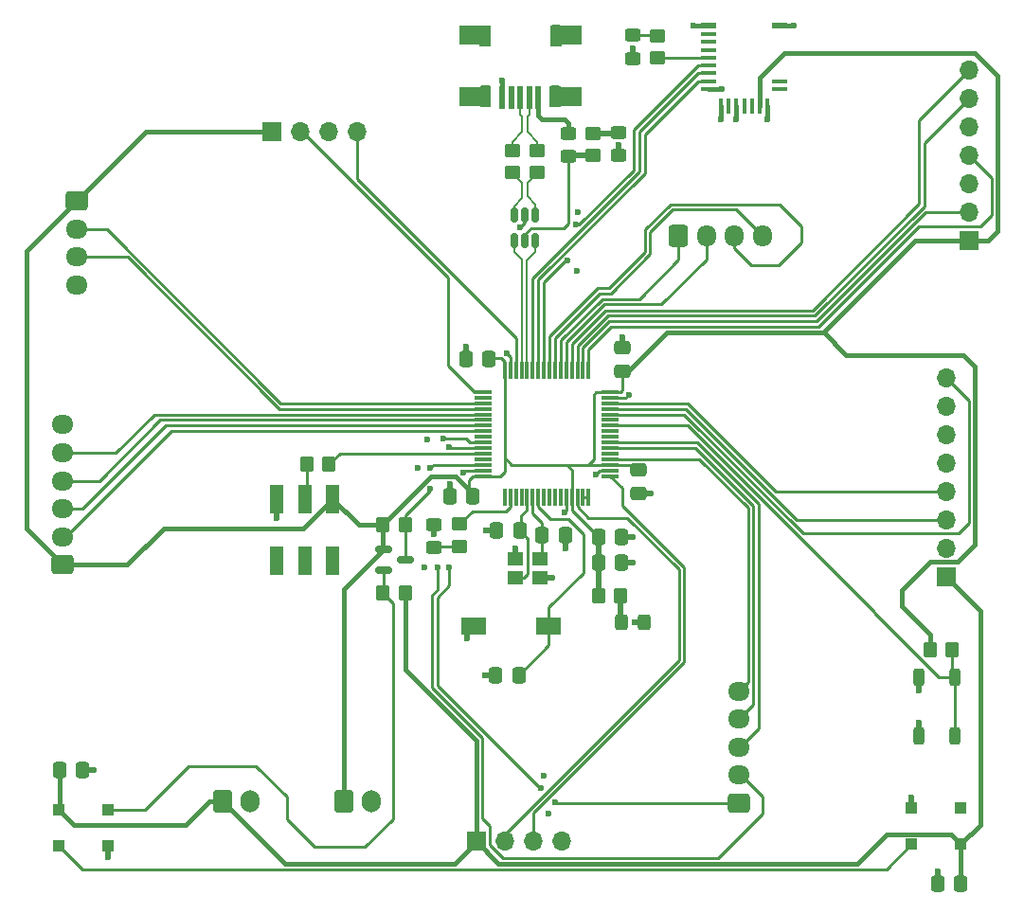
<source format=gbr>
%TF.GenerationSoftware,KiCad,Pcbnew,9.0.1*%
%TF.CreationDate,2025-05-06T12:51:11-06:00*%
%TF.ProjectId,2025_04_STM32F103_RobotBrain_Braidyn_Sheffield,32303235-5f30-4345-9f53-544d33324631,rev?*%
%TF.SameCoordinates,Original*%
%TF.FileFunction,Copper,L1,Top*%
%TF.FilePolarity,Positive*%
%FSLAX46Y46*%
G04 Gerber Fmt 4.6, Leading zero omitted, Abs format (unit mm)*
G04 Created by KiCad (PCBNEW 9.0.1) date 2025-05-06 12:51:11*
%MOMM*%
%LPD*%
G01*
G04 APERTURE LIST*
G04 Aperture macros list*
%AMRoundRect*
0 Rectangle with rounded corners*
0 $1 Rounding radius*
0 $2 $3 $4 $5 $6 $7 $8 $9 X,Y pos of 4 corners*
0 Add a 4 corners polygon primitive as box body*
4,1,4,$2,$3,$4,$5,$6,$7,$8,$9,$2,$3,0*
0 Add four circle primitives for the rounded corners*
1,1,$1+$1,$2,$3*
1,1,$1+$1,$4,$5*
1,1,$1+$1,$6,$7*
1,1,$1+$1,$8,$9*
0 Add four rect primitives between the rounded corners*
20,1,$1+$1,$2,$3,$4,$5,0*
20,1,$1+$1,$4,$5,$6,$7,0*
20,1,$1+$1,$6,$7,$8,$9,0*
20,1,$1+$1,$8,$9,$2,$3,0*%
G04 Aperture macros list end*
%TA.AperFunction,SMDPad,CuDef*%
%ADD10RoundRect,0.250000X-0.450000X0.350000X-0.450000X-0.350000X0.450000X-0.350000X0.450000X0.350000X0*%
%TD*%
%TA.AperFunction,SMDPad,CuDef*%
%ADD11RoundRect,0.075000X0.075000X-0.700000X0.075000X0.700000X-0.075000X0.700000X-0.075000X-0.700000X0*%
%TD*%
%TA.AperFunction,SMDPad,CuDef*%
%ADD12RoundRect,0.075000X0.700000X-0.075000X0.700000X0.075000X-0.700000X0.075000X-0.700000X-0.075000X0*%
%TD*%
%TA.AperFunction,SMDPad,CuDef*%
%ADD13RoundRect,0.250000X0.350000X0.450000X-0.350000X0.450000X-0.350000X-0.450000X0.350000X-0.450000X0*%
%TD*%
%TA.AperFunction,SMDPad,CuDef*%
%ADD14RoundRect,0.250000X0.450000X-0.350000X0.450000X0.350000X-0.450000X0.350000X-0.450000X-0.350000X0*%
%TD*%
%TA.AperFunction,SMDPad,CuDef*%
%ADD15RoundRect,0.250000X-0.337500X-0.475000X0.337500X-0.475000X0.337500X0.475000X-0.337500X0.475000X0*%
%TD*%
%TA.AperFunction,ComponentPad*%
%ADD16RoundRect,0.250000X-0.600000X-0.750000X0.600000X-0.750000X0.600000X0.750000X-0.600000X0.750000X0*%
%TD*%
%TA.AperFunction,ComponentPad*%
%ADD17O,1.700000X2.000000*%
%TD*%
%TA.AperFunction,ComponentPad*%
%ADD18R,1.700000X1.700000*%
%TD*%
%TA.AperFunction,ComponentPad*%
%ADD19O,1.700000X1.700000*%
%TD*%
%TA.AperFunction,ComponentPad*%
%ADD20RoundRect,0.250000X0.725000X-0.600000X0.725000X0.600000X-0.725000X0.600000X-0.725000X-0.600000X0*%
%TD*%
%TA.AperFunction,ComponentPad*%
%ADD21O,1.950000X1.700000*%
%TD*%
%TA.AperFunction,SMDPad,CuDef*%
%ADD22RoundRect,0.250000X0.450000X-0.325000X0.450000X0.325000X-0.450000X0.325000X-0.450000X-0.325000X0*%
%TD*%
%TA.AperFunction,SMDPad,CuDef*%
%ADD23RoundRect,0.150000X-0.587500X-0.150000X0.587500X-0.150000X0.587500X0.150000X-0.587500X0.150000X0*%
%TD*%
%TA.AperFunction,SMDPad,CuDef*%
%ADD24RoundRect,0.250000X-0.450000X0.325000X-0.450000X-0.325000X0.450000X-0.325000X0.450000X0.325000X0*%
%TD*%
%TA.AperFunction,SMDPad,CuDef*%
%ADD25RoundRect,0.250000X-0.350000X-0.450000X0.350000X-0.450000X0.350000X0.450000X-0.350000X0.450000X0*%
%TD*%
%TA.AperFunction,SMDPad,CuDef*%
%ADD26R,1.000000X1.000000*%
%TD*%
%TA.AperFunction,SMDPad,CuDef*%
%ADD27RoundRect,0.250000X0.337500X0.475000X-0.337500X0.475000X-0.337500X-0.475000X0.337500X-0.475000X0*%
%TD*%
%TA.AperFunction,ComponentPad*%
%ADD28RoundRect,0.250000X-0.725000X0.600000X-0.725000X-0.600000X0.725000X-0.600000X0.725000X0.600000X0*%
%TD*%
%TA.AperFunction,SMDPad,CuDef*%
%ADD29R,1.400000X0.600000*%
%TD*%
%TA.AperFunction,SMDPad,CuDef*%
%ADD30R,1.400000X0.400000*%
%TD*%
%TA.AperFunction,SMDPad,CuDef*%
%ADD31R,0.400000X1.400000*%
%TD*%
%TA.AperFunction,SMDPad,CuDef*%
%ADD32RoundRect,0.250000X-0.475000X0.337500X-0.475000X-0.337500X0.475000X-0.337500X0.475000X0.337500X0*%
%TD*%
%TA.AperFunction,SMDPad,CuDef*%
%ADD33RoundRect,0.150000X-0.150000X0.512500X-0.150000X-0.512500X0.150000X-0.512500X0.150000X0.512500X0*%
%TD*%
%TA.AperFunction,ComponentPad*%
%ADD34RoundRect,0.250000X-0.600000X-0.725000X0.600000X-0.725000X0.600000X0.725000X-0.600000X0.725000X0*%
%TD*%
%TA.AperFunction,ComponentPad*%
%ADD35O,1.700000X1.950000*%
%TD*%
%TA.AperFunction,SMDPad,CuDef*%
%ADD36R,1.400000X1.200000*%
%TD*%
%TA.AperFunction,SMDPad,CuDef*%
%ADD37R,2.300000X1.500000*%
%TD*%
%TA.AperFunction,SMDPad,CuDef*%
%ADD38RoundRect,0.250000X0.325000X0.450000X-0.325000X0.450000X-0.325000X-0.450000X0.325000X-0.450000X0*%
%TD*%
%TA.AperFunction,SMDPad,CuDef*%
%ADD39RoundRect,0.250000X0.475000X-0.337500X0.475000X0.337500X-0.475000X0.337500X-0.475000X-0.337500X0*%
%TD*%
%TA.AperFunction,SMDPad,CuDef*%
%ADD40RoundRect,0.250000X-0.250000X0.525000X-0.250000X-0.525000X0.250000X-0.525000X0.250000X0.525000X0*%
%TD*%
%TA.AperFunction,SMDPad,CuDef*%
%ADD41R,1.200000X2.500000*%
%TD*%
%TA.AperFunction,SMDPad,CuDef*%
%ADD42R,0.500000X2.000000*%
%TD*%
%TA.AperFunction,SMDPad,CuDef*%
%ADD43R,2.000000X1.700000*%
%TD*%
%TA.AperFunction,ViaPad*%
%ADD44C,0.600000*%
%TD*%
%TA.AperFunction,Conductor*%
%ADD45C,0.254000*%
%TD*%
%TA.AperFunction,Conductor*%
%ADD46C,0.381000*%
%TD*%
%TA.AperFunction,Conductor*%
%ADD47C,0.508000*%
%TD*%
%TA.AperFunction,Conductor*%
%ADD48C,0.200000*%
%TD*%
G04 APERTURE END LIST*
D10*
%TO.P,R2,1*%
%TO.N,/D+*%
X137680000Y-41715000D03*
%TO.P,R2,2*%
%TO.N,/USB_CONN_D+*%
X137680000Y-43715000D03*
%TD*%
D11*
%TO.P,U1,1,VBAT*%
%TO.N,unconnected-(U1-VBAT-Pad1)*%
X136990000Y-72760000D03*
%TO.P,U1,2,PC13*%
%TO.N,/USER_LED*%
X137490000Y-72760000D03*
%TO.P,U1,3,PC14*%
%TO.N,unconnected-(U1-PC14-Pad3)*%
X137990000Y-72760000D03*
%TO.P,U1,4,PC15*%
%TO.N,unconnected-(U1-PC15-Pad4)*%
X138490000Y-72760000D03*
%TO.P,U1,5,RCC_OSC_IN*%
%TO.N,/OSC_IN*%
X138990000Y-72760000D03*
%TO.P,U1,6,RCC_OSC_OUT*%
%TO.N,/OSC_OUT*%
X139490000Y-72760000D03*
%TO.P,U1,7,NRST*%
%TO.N,/RESET*%
X139990000Y-72760000D03*
%TO.P,U1,8,PC0*%
%TO.N,unconnected-(U1-PC0-Pad8)*%
X140490000Y-72760000D03*
%TO.P,U1,9,PC1*%
%TO.N,unconnected-(U1-PC1-Pad9)*%
X140990000Y-72760000D03*
%TO.P,U1,10,PC2*%
%TO.N,unconnected-(U1-PC2-Pad10)*%
X141490000Y-72760000D03*
%TO.P,U1,11,PC3*%
%TO.N,unconnected-(U1-PC3-Pad11)*%
X141990000Y-72760000D03*
%TO.P,U1,12,VSSA*%
%TO.N,GND*%
X142490000Y-72760000D03*
%TO.P,U1,13,VDDA*%
%TO.N,+3V3*%
X142990000Y-72760000D03*
%TO.P,U1,14,PA0*%
%TO.N,/ULTRA_TRIG*%
X143490000Y-72760000D03*
%TO.P,U1,15,PA1*%
%TO.N,Net-(U1-PA1)*%
X143990000Y-72760000D03*
%TO.P,U1,16,PA2*%
X144490000Y-72760000D03*
D12*
%TO.P,U1,17,PA3*%
%TO.N,/ULTRA_ECHO*%
X146415000Y-70835000D03*
%TO.P,U1,18,VSS*%
%TO.N,GND*%
X146415000Y-70335000D03*
%TO.P,U1,19,VDD*%
%TO.N,+3V3*%
X146415000Y-69835000D03*
%TO.P,U1,20,PA4*%
%TO.N,/PWR_ADC*%
X146415000Y-69335000D03*
%TO.P,U1,21,PA5*%
%TO.N,unconnected-(U1-PA5-Pad21)*%
X146415000Y-68835000D03*
%TO.P,U1,22,PA6*%
%TO.N,/E1B*%
X146415000Y-68335000D03*
%TO.P,U1,23,PA7*%
%TO.N,/E1A*%
X146415000Y-67835000D03*
%TO.P,U1,24,PC4*%
%TO.N,unconnected-(U1-PC4-Pad24)*%
X146415000Y-67335000D03*
%TO.P,U1,25,PC5*%
%TO.N,unconnected-(U1-PC5-Pad25)*%
X146415000Y-66835000D03*
%TO.P,U1,26,PB0*%
%TO.N,/uBUTTON*%
X146415000Y-66335000D03*
%TO.P,U1,27,PB1*%
%TO.N,unconnected-(U1-PB1-Pad27)*%
X146415000Y-65835000D03*
%TO.P,U1,28,PB2*%
%TO.N,/IMU_INT*%
X146415000Y-65335000D03*
%TO.P,U1,29,PB10*%
%TO.N,/IMU_I2C_SCL*%
X146415000Y-64835000D03*
%TO.P,U1,30,PB11*%
%TO.N,/IMU_I2C_SDA*%
X146415000Y-64335000D03*
%TO.P,U1,31,VSS*%
%TO.N,GND*%
X146415000Y-63835000D03*
%TO.P,U1,32,VDD*%
%TO.N,+3V3*%
X146415000Y-63335000D03*
D11*
%TO.P,U1,33,PB12*%
%TO.N,/PS2_CS*%
X144490000Y-61410000D03*
%TO.P,U1,34,PB13*%
%TO.N,/PS2_SCK*%
X143990000Y-61410000D03*
%TO.P,U1,35,PB14*%
%TO.N,/PS2_MISO*%
X143490000Y-61410000D03*
%TO.P,U1,36,PB15*%
%TO.N,/PS2_MOSI*%
X142990000Y-61410000D03*
%TO.P,U1,37,PC6*%
%TO.N,/AN1*%
X142490000Y-61410000D03*
%TO.P,U1,38,PC7*%
%TO.N,/AN2*%
X141990000Y-61410000D03*
%TO.P,U1,39,PC8*%
%TO.N,/BN1*%
X141490000Y-61410000D03*
%TO.P,U1,40,PC9*%
%TO.N,/BN2*%
X140990000Y-61410000D03*
%TO.P,U1,41,PA8*%
%TO.N,/BL_WAKEUP*%
X140490000Y-61410000D03*
%TO.P,U1,42,PA9*%
%TO.N,/BL_RX*%
X139990000Y-61410000D03*
%TO.P,U1,43,PA10*%
%TO.N,/BL_TX*%
X139490000Y-61410000D03*
%TO.P,U1,44,USB_DM*%
%TO.N,/USB_D-*%
X138990000Y-61410000D03*
%TO.P,U1,45,USB_DP*%
%TO.N,/USB_D+*%
X138490000Y-61410000D03*
%TO.P,U1,46,SYS_JTMS-SWDIO*%
%TO.N,/SWDIO*%
X137990000Y-61410000D03*
%TO.P,U1,47,VSS*%
%TO.N,GND*%
X137490000Y-61410000D03*
%TO.P,U1,48,VDD*%
%TO.N,+3V3*%
X136990000Y-61410000D03*
D12*
%TO.P,U1,49,SYS_JTCK-SWCLK*%
%TO.N,/SWCLK*%
X135065000Y-63335000D03*
%TO.P,U1,50,PA15*%
%TO.N,unconnected-(U1-PA15-Pad50)*%
X135065000Y-63835000D03*
%TO.P,U1,51,PC10*%
%TO.N,/USER_TX*%
X135065000Y-64335000D03*
%TO.P,U1,52,PC11*%
%TO.N,/USER_RX*%
X135065000Y-64835000D03*
%TO.P,U1,53,PC12*%
%TO.N,/X4*%
X135065000Y-65335000D03*
%TO.P,U1,54,PD2*%
%TO.N,/X3*%
X135065000Y-65835000D03*
%TO.P,U1,55,PB3*%
%TO.N,/X2*%
X135065000Y-66335000D03*
%TO.P,U1,56,PB4*%
%TO.N,/X1*%
X135065000Y-66835000D03*
%TO.P,U1,57,PB5*%
%TO.N,unconnected-(U1-PB5-Pad57)*%
X135065000Y-67335000D03*
%TO.P,U1,58,PB6*%
%TO.N,/E2B*%
X135065000Y-67835000D03*
%TO.P,U1,59,PB7*%
%TO.N,/E2A*%
X135065000Y-68335000D03*
%TO.P,U1,60,BOOT0*%
%TO.N,/BOOT*%
X135065000Y-68835000D03*
%TO.P,U1,61,PB8*%
%TO.N,unconnected-(U1-PB8-Pad61)*%
X135065000Y-69335000D03*
%TO.P,U1,62,PB9*%
%TO.N,/RGB_DIN*%
X135065000Y-69835000D03*
%TO.P,U1,63,VSS*%
%TO.N,GND*%
X135065000Y-70335000D03*
%TO.P,U1,64,VDD*%
%TO.N,+3V3*%
X135065000Y-70835000D03*
%TD*%
D13*
%TO.P,R9,1*%
%TO.N,+5V*%
X128117500Y-81300000D03*
%TO.P,R9,2*%
%TO.N,Net-(LED1-DIN)*%
X126117500Y-81300000D03*
%TD*%
D14*
%TO.P,R3,1*%
%TO.N,/USB_CONN_D-*%
X139860000Y-43735000D03*
%TO.P,R3,2*%
%TO.N,/D-*%
X139860000Y-41735000D03*
%TD*%
D15*
%TO.P,C12,1*%
%TO.N,+5V*%
X97200000Y-97150000D03*
%TO.P,C12,2*%
%TO.N,GND*%
X99275000Y-97150000D03*
%TD*%
D16*
%TO.P,J6,1,Pin_1*%
%TO.N,+3V3*%
X122580000Y-99900000D03*
D17*
%TO.P,J6,2,Pin_2*%
%TO.N,GND*%
X125080000Y-99900000D03*
%TD*%
D18*
%TO.P,J9,1,Pin_1*%
%TO.N,+3V3*%
X178500000Y-49800000D03*
D19*
%TO.P,J9,2,Pin_2*%
%TO.N,/PS2_SCK*%
X178500000Y-47260000D03*
%TO.P,J9,3,Pin_3*%
%TO.N,unconnected-(J9-Pin_3-Pad3)*%
X178500000Y-44720000D03*
%TO.P,J9,4,Pin_4*%
%TO.N,/PS2_CS*%
X178500000Y-42180000D03*
%TO.P,J9,5,Pin_5*%
%TO.N,GND*%
X178500000Y-39640000D03*
%TO.P,J9,6,Pin_6*%
%TO.N,/PS2_MISO*%
X178500000Y-37100000D03*
%TO.P,J9,7,Pin_7*%
%TO.N,/PS2_MOSI*%
X178500000Y-34560000D03*
%TD*%
D20*
%TO.P,J8,1,Pin_1*%
%TO.N,/E2A*%
X157890000Y-100070000D03*
D21*
%TO.P,J8,2,Pin_2*%
%TO.N,/E2B*%
X157890000Y-97570000D03*
%TO.P,J8,3,Pin_3*%
%TO.N,/E1A*%
X157890000Y-95070000D03*
%TO.P,J8,4,Pin_4*%
%TO.N,/E1B*%
X157890000Y-92570000D03*
%TO.P,J8,5,Pin_5*%
%TO.N,/PWR_ADC*%
X157890000Y-90070000D03*
%TD*%
D18*
%TO.P,J2,1,Pin_1*%
%TO.N,+5V*%
X176465000Y-79835000D03*
D19*
%TO.P,J2,2,Pin_2*%
%TO.N,GND*%
X176465000Y-77295000D03*
%TO.P,J2,3,Pin_3*%
%TO.N,/IMU_I2C_SCL*%
X176465000Y-74755000D03*
%TO.P,J2,4,Pin_4*%
%TO.N,/IMU_I2C_SDA*%
X176465000Y-72215000D03*
%TO.P,J2,5,Pin_5*%
%TO.N,unconnected-(J2-Pin_5-Pad5)*%
X176465000Y-69675000D03*
%TO.P,J2,6,Pin_6*%
%TO.N,unconnected-(J2-Pin_6-Pad6)*%
X176465000Y-67135000D03*
%TO.P,J2,7,Pin_7*%
%TO.N,unconnected-(J2-Pin_7-Pad7)*%
X176465000Y-64595000D03*
%TO.P,J2,8,Pin_8*%
%TO.N,/IMU_INT*%
X176465000Y-62055000D03*
%TD*%
D22*
%TO.P,D4,1,K*%
%TO.N,GND*%
X148410000Y-33500000D03*
%TO.P,D4,2,A*%
%TO.N,Net-(D4-A)*%
X148410000Y-31450000D03*
%TD*%
D23*
%TO.P,Q1,1,G*%
%TO.N,+3V3*%
X126210000Y-77360000D03*
%TO.P,Q1,2,S*%
%TO.N,Net-(LED1-DIN)*%
X126210000Y-79260000D03*
%TO.P,Q1,3,D*%
%TO.N,/RGB_DIN*%
X128085000Y-78310000D03*
%TD*%
D24*
%TO.P,D3,1,K*%
%TO.N,GND*%
X130690000Y-75155000D03*
%TO.P,D3,2,A*%
%TO.N,Net-(D3-A)*%
X130690000Y-77205000D03*
%TD*%
D25*
%TO.P,R5,1*%
%TO.N,+3V3*%
X145347500Y-81570000D03*
%TO.P,R5,2*%
%TO.N,Net-(D2-A)*%
X147347500Y-81570000D03*
%TD*%
D26*
%TO.P,LED1,1,VDD*%
%TO.N,+5V*%
X97150000Y-100700000D03*
%TO.P,LED1,2,DOUT*%
%TO.N,Net-(LED1-DOUT)*%
X97150000Y-103900000D03*
%TO.P,LED1,3,VSS*%
%TO.N,GND*%
X101550000Y-103900000D03*
%TO.P,LED1,4,DIN*%
%TO.N,Net-(LED1-DIN)*%
X101550000Y-100700000D03*
%TD*%
D24*
%TO.P,F1,1*%
%TO.N,Net-(J1-VBUS)*%
X142670000Y-40210000D03*
%TO.P,F1,2*%
%TO.N,Vusb*%
X142670000Y-42260000D03*
%TD*%
D27*
%TO.P,C9,1*%
%TO.N,/OSC_IN*%
X138337500Y-75730000D03*
%TO.P,C9,2*%
%TO.N,GND*%
X136262500Y-75730000D03*
%TD*%
D13*
%TO.P,R10,1*%
%TO.N,/RGB_DIN*%
X128117500Y-75210000D03*
%TO.P,R10,2*%
%TO.N,+3V3*%
X126117500Y-75210000D03*
%TD*%
D18*
%TO.P,J4,1,Pin_1*%
%TO.N,+3V3*%
X116160000Y-40040000D03*
D19*
%TO.P,J4,2,Pin_2*%
%TO.N,/SWCLK*%
X118700000Y-40040000D03*
%TO.P,J4,3,Pin_3*%
%TO.N,GND*%
X121240000Y-40040000D03*
%TO.P,J4,4,Pin_4*%
%TO.N,/SWDIO*%
X123780000Y-40040000D03*
%TD*%
D25*
%TO.P,R8,1*%
%TO.N,+3V3*%
X175000000Y-86410000D03*
%TO.P,R8,2*%
%TO.N,/uBUTTON*%
X177000000Y-86410000D03*
%TD*%
D28*
%TO.P,J11,1,Pin_1*%
%TO.N,+3V3*%
X98720000Y-46270000D03*
D21*
%TO.P,J11,2,Pin_2*%
%TO.N,/USER_TX*%
X98720000Y-48770000D03*
%TO.P,J11,3,Pin_3*%
%TO.N,/USER_RX*%
X98720000Y-51270000D03*
%TO.P,J11,4,Pin_4*%
%TO.N,GND*%
X98720000Y-53770000D03*
%TD*%
D29*
%TO.P,MDBT42T-AT1,1,GND@1*%
%TO.N,GND*%
X155200000Y-30540000D03*
D30*
%TO.P,MDBT42T-AT1,2,NC@2*%
%TO.N,unconnected-(MDBT42T-AT1-NC@2-Pad2)*%
X155200000Y-31340000D03*
%TO.P,MDBT42T-AT1,3,NC@3*%
%TO.N,unconnected-(MDBT42T-AT1-NC@3-Pad3)*%
X155200000Y-32040000D03*
%TO.P,MDBT42T-AT1,4,RESET*%
%TO.N,unconnected-(MDBT42T-AT1-RESET-Pad4)*%
X155200000Y-32740000D03*
%TO.P,MDBT42T-AT1,5,INDICATOR*%
%TO.N,Net-(MDBT42T-AT1-INDICATOR)*%
X155200000Y-33440000D03*
%TO.P,MDBT42T-AT1,6,WAKEUP*%
%TO.N,/BL_WAKEUP*%
X155200000Y-34140000D03*
%TO.P,MDBT42T-AT1,7,TX*%
%TO.N,/BL_TX*%
X155200000Y-34840000D03*
%TO.P,MDBT42T-AT1,8,RX*%
%TO.N,/BL_RX*%
X155200000Y-35540000D03*
%TO.P,MDBT42T-AT1,9,UART_PD*%
%TO.N,GND*%
X155200000Y-36240000D03*
D31*
%TO.P,MDBT42T-AT1,10,GND@10*%
X156300000Y-37740000D03*
%TO.P,MDBT42T-AT1,11,ADC*%
%TO.N,unconnected-(MDBT42T-AT1-ADC-Pad11)*%
X157000000Y-37740000D03*
%TO.P,MDBT42T-AT1,12,FLASH_DEFAULT*%
%TO.N,GND*%
X157700000Y-37740000D03*
%TO.P,MDBT42T-AT1,13,RTS/XL2*%
%TO.N,unconnected-(MDBT42T-AT1-RTS{slash}XL2-Pad13)*%
X158400000Y-37740000D03*
%TO.P,MDBT42T-AT1,14,CTS/XL1*%
%TO.N,unconnected-(MDBT42T-AT1-CTS{slash}XL1-Pad14)*%
X159100000Y-37740000D03*
%TO.P,MDBT42T-AT1,15,VDD*%
%TO.N,+3V3*%
X159800000Y-37740000D03*
%TO.P,MDBT42T-AT1,16,GND@16*%
%TO.N,GND*%
X160500000Y-37740000D03*
D30*
%TO.P,MDBT42T-AT1,17,DCC*%
%TO.N,unconnected-(MDBT42T-AT1-DCC-Pad17)*%
X161600000Y-36240000D03*
%TO.P,MDBT42T-AT1,18,DEC4*%
%TO.N,unconnected-(MDBT42T-AT1-DEC4-Pad18)*%
X161600000Y-35540000D03*
D29*
%TO.P,MDBT42T-AT1,19,GND@19*%
%TO.N,GND*%
X161600000Y-30540000D03*
%TD*%
D27*
%TO.P,C2,1*%
%TO.N,+3V3*%
X135577500Y-60340000D03*
%TO.P,C2,2*%
%TO.N,GND*%
X133502500Y-60340000D03*
%TD*%
D10*
%TO.P,R6,1*%
%TO.N,/USER_LED*%
X132960000Y-75150000D03*
%TO.P,R6,2*%
%TO.N,Net-(D3-A)*%
X132960000Y-77150000D03*
%TD*%
D14*
%TO.P,R7,1*%
%TO.N,Net-(MDBT42T-AT1-INDICATOR)*%
X150640000Y-33475000D03*
%TO.P,R7,2*%
%TO.N,Net-(D4-A)*%
X150640000Y-31475000D03*
%TD*%
D32*
%TO.P,C4,1*%
%TO.N,+3V3*%
X148960000Y-70302500D03*
%TO.P,C4,2*%
%TO.N,GND*%
X148960000Y-72377500D03*
%TD*%
D33*
%TO.P,U2,1,I/O1*%
%TO.N,/USB_CONN_D-*%
X139730000Y-47510000D03*
%TO.P,U2,2,GND*%
%TO.N,GND*%
X138780000Y-47510000D03*
%TO.P,U2,3,I/O2*%
%TO.N,/USB_CONN_D+*%
X137830000Y-47510000D03*
%TO.P,U2,4,I/O2*%
%TO.N,/USB_D+*%
X137830000Y-49785000D03*
%TO.P,U2,5,VBUS*%
%TO.N,Vusb*%
X138780000Y-49785000D03*
%TO.P,U2,6,I/O1*%
%TO.N,/USB_D-*%
X139730000Y-49785000D03*
%TD*%
D15*
%TO.P,C5,1*%
%TO.N,+3V3*%
X145352500Y-76290000D03*
%TO.P,C5,2*%
%TO.N,GND*%
X147427500Y-76290000D03*
%TD*%
D18*
%TO.P,J3,1,Pin_1*%
%TO.N,+5V*%
X134460000Y-103485000D03*
D19*
%TO.P,J3,2,Pin_2*%
%TO.N,/ULTRA_TRIG*%
X137000000Y-103485000D03*
%TO.P,J3,3,Pin_3*%
%TO.N,/ULTRA_ECHO*%
X139540000Y-103485000D03*
%TO.P,J3,4,Pin_4*%
%TO.N,GND*%
X142080000Y-103485000D03*
%TD*%
D34*
%TO.P,J7,1,Pin_1*%
%TO.N,/AN2*%
X152510000Y-49370000D03*
D35*
%TO.P,J7,2,Pin_2*%
%TO.N,/AN1*%
X155010000Y-49370000D03*
%TO.P,J7,3,Pin_3*%
%TO.N,/BN2*%
X157510000Y-49370000D03*
%TO.P,J7,4,Pin_4*%
%TO.N,/BN1*%
X160010000Y-49370000D03*
%TD*%
D36*
%TO.P,Y2,1,1*%
%TO.N,/OSC_IN*%
X137952500Y-79920000D03*
%TO.P,Y2,2,2*%
%TO.N,GND*%
X140152500Y-79920000D03*
%TO.P,Y2,3,3*%
%TO.N,/OSC_OUT*%
X140152500Y-78220000D03*
%TO.P,Y2,4,4*%
%TO.N,GND*%
X137952500Y-78220000D03*
%TD*%
D37*
%TO.P,SW1,1,A*%
%TO.N,GND*%
X134220000Y-84280000D03*
%TO.P,SW1,2,B*%
%TO.N,/RESET*%
X140920000Y-84280000D03*
%TD*%
D15*
%TO.P,C6,1*%
%TO.N,+3V3*%
X145352500Y-78580000D03*
%TO.P,C6,2*%
%TO.N,GND*%
X147427500Y-78580000D03*
%TD*%
D16*
%TO.P,J5,1,Pin_1*%
%TO.N,+5V*%
X111750000Y-99875000D03*
D17*
%TO.P,J5,2,Pin_2*%
%TO.N,GND*%
X114250000Y-99875000D03*
%TD*%
D38*
%TO.P,D2,1,K*%
%TO.N,GND*%
X149492500Y-83950000D03*
%TO.P,D2,2,A*%
%TO.N,Net-(D2-A)*%
X147442500Y-83950000D03*
%TD*%
D27*
%TO.P,C1,1*%
%TO.N,+3V3*%
X134137500Y-72690000D03*
%TO.P,C1,2*%
%TO.N,GND*%
X132062500Y-72690000D03*
%TD*%
D26*
%TO.P,LED2,1,VDD*%
%TO.N,+5V*%
X177760000Y-103740000D03*
%TO.P,LED2,2,DOUT*%
%TO.N,unconnected-(LED2-DOUT-Pad2)*%
X177760000Y-100540000D03*
%TO.P,LED2,3,VSS*%
%TO.N,GND*%
X173360000Y-100540000D03*
%TO.P,LED2,4,DIN*%
%TO.N,Net-(LED1-DOUT)*%
X173360000Y-103740000D03*
%TD*%
D15*
%TO.P,C8,1*%
%TO.N,/OSC_OUT*%
X140312500Y-76140000D03*
%TO.P,C8,2*%
%TO.N,GND*%
X142387500Y-76140000D03*
%TD*%
D13*
%TO.P,R1,1*%
%TO.N,/BOOT*%
X121300000Y-69810000D03*
%TO.P,R1,2*%
%TO.N,Net-(R1-Pad2)*%
X119300000Y-69810000D03*
%TD*%
D20*
%TO.P,J10,1,Pin_1*%
%TO.N,+3V3*%
X97510000Y-78760000D03*
D21*
%TO.P,J10,2,Pin_2*%
%TO.N,/X1*%
X97510000Y-76260000D03*
%TO.P,J10,3,Pin_3*%
%TO.N,/X2*%
X97510000Y-73760000D03*
%TO.P,J10,4,Pin_4*%
%TO.N,/X3*%
X97510000Y-71260000D03*
%TO.P,J10,5,Pin_5*%
%TO.N,/X4*%
X97510000Y-68760000D03*
%TO.P,J10,6,Pin_6*%
%TO.N,GND*%
X97510000Y-66260000D03*
%TD*%
D39*
%TO.P,C3,1*%
%TO.N,+3V3*%
X147470000Y-61457500D03*
%TO.P,C3,2*%
%TO.N,GND*%
X147470000Y-59382500D03*
%TD*%
D40*
%TO.P,SW2,1,A*%
%TO.N,/uBUTTON*%
X177200000Y-88835000D03*
X177200000Y-94085000D03*
%TO.P,SW2,2,B*%
%TO.N,GND*%
X174000000Y-88835000D03*
X174000000Y-94085000D03*
%TD*%
D22*
%TO.P,D1,1,K*%
%TO.N,GND*%
X147160000Y-42210000D03*
%TO.P,D1,2,A*%
%TO.N,Net-(D1-A)*%
X147160000Y-40160000D03*
%TD*%
D41*
%TO.P,S1,1*%
%TO.N,+3V3*%
X121610000Y-72880000D03*
%TO.P,S1,2*%
%TO.N,Net-(R1-Pad2)*%
X119110000Y-72880000D03*
%TO.P,S1,3*%
%TO.N,GND*%
X116610000Y-72880000D03*
%TO.P,S1,4*%
%TO.N,unconnected-(S1-Pad4)*%
X121610000Y-78380000D03*
%TO.P,S1,5*%
%TO.N,unconnected-(S1-Pad5)*%
X119110000Y-78380000D03*
%TO.P,S1,6*%
%TO.N,unconnected-(S1-Pad6)*%
X116610000Y-78380000D03*
%TD*%
D27*
%TO.P,C11,1*%
%TO.N,+5V*%
X177747500Y-107320000D03*
%TO.P,C11,2*%
%TO.N,GND*%
X175672500Y-107320000D03*
%TD*%
D42*
%TO.P,J1,1,VBUS*%
%TO.N,Net-(J1-VBUS)*%
X139980000Y-37000000D03*
%TO.P,J1,2,D-*%
%TO.N,/D-*%
X139180000Y-37000000D03*
%TO.P,J1,3,D+*%
%TO.N,/D+*%
X138380000Y-37000000D03*
%TO.P,J1,4,ID*%
%TO.N,unconnected-(J1-ID-Pad4)*%
X137580000Y-37000000D03*
%TO.P,J1,5,GND*%
%TO.N,GND*%
X136780000Y-37000000D03*
D43*
%TO.P,J1,6,Shield*%
X142830000Y-36900000D03*
X142830000Y-31450000D03*
X133930000Y-36900000D03*
X133930000Y-31450000D03*
%TD*%
D27*
%TO.P,C7,1*%
%TO.N,/RESET*%
X138247500Y-88630000D03*
%TO.P,C7,2*%
%TO.N,GND*%
X136172500Y-88630000D03*
%TD*%
D14*
%TO.P,R4,1*%
%TO.N,Vusb*%
X144880000Y-42215000D03*
%TO.P,R4,2*%
%TO.N,Net-(D1-A)*%
X144880000Y-40215000D03*
%TD*%
D44*
%TO.N,GND*%
X140860000Y-101000001D03*
X140460000Y-97610001D03*
X143500000Y-47220001D03*
X143410000Y-52480001D03*
X129840000Y-79040001D03*
X130040000Y-67610001D03*
X129200000Y-70090001D03*
X133260000Y-70570000D03*
X135300000Y-31060000D03*
X135310000Y-31970000D03*
X138320000Y-48630000D03*
X101550000Y-104940000D03*
X136780000Y-35480000D03*
X137200000Y-59890000D03*
X135310000Y-36460000D03*
X100250000Y-97140000D03*
X148430000Y-76280000D03*
X133260000Y-70570000D03*
X160490000Y-38990000D03*
X156300000Y-38970000D03*
X135310000Y-75730000D03*
X141240000Y-79920000D03*
X116610000Y-74610000D03*
X162820000Y-30550000D03*
X150070000Y-72380000D03*
X174000000Y-92900000D03*
X132070000Y-71580000D03*
X133640000Y-85390000D03*
X141410000Y-36420000D03*
X145110000Y-70690000D03*
X173350000Y-99580000D03*
X153880000Y-30560000D03*
X148580000Y-83950000D03*
X135220000Y-88640000D03*
X141420000Y-37150000D03*
X141430000Y-31900000D03*
X141430000Y-31090000D03*
X157700000Y-38950000D03*
X175680000Y-106180000D03*
X148460000Y-78570000D03*
X137960000Y-77270000D03*
X148070000Y-63560000D03*
X148400000Y-32585000D03*
X156420000Y-36240000D03*
X130690000Y-76070000D03*
X133510000Y-59260000D03*
X142390000Y-77290000D03*
X173990000Y-90010000D03*
X142300000Y-74080000D03*
X147470000Y-58420000D03*
X135310000Y-37250000D03*
X147170000Y-41280000D03*
%TO.N,/BL_WAKEUP*%
X142586824Y-51586824D03*
X143378378Y-48378378D03*
%TO.N,/E2A*%
X132000000Y-79000000D03*
X141500000Y-100000000D03*
X132000000Y-68208000D03*
X140234910Y-98734910D03*
%TO.N,/E2B*%
X131000000Y-79000000D03*
X131500000Y-67500000D03*
%TO.N,/RGB_DIN*%
X130360001Y-71944014D03*
X130360000Y-70140000D03*
%TD*%
D45*
%TO.N,/PS2_SCK*%
X143990000Y-61410000D02*
X143990000Y-59366532D01*
X143990000Y-59366532D02*
X146356532Y-57000000D01*
X174596533Y-47260000D02*
X178500000Y-47260000D01*
X146356532Y-57000000D02*
X164856532Y-57000000D01*
X164856532Y-57000000D02*
X174596533Y-47260000D01*
%TO.N,/PS2_MISO*%
X143490000Y-59223064D02*
X146213064Y-56500000D01*
X164713064Y-56500000D02*
X174500000Y-46713064D01*
X146213064Y-56500000D02*
X164713064Y-56500000D01*
X174500000Y-41100000D02*
X174500000Y-46713064D01*
X178500000Y-37100000D02*
X174500000Y-41100000D01*
X143490000Y-61410000D02*
X143490000Y-59223064D01*
%TO.N,/PS2_CS*%
X180500000Y-44180000D02*
X180500000Y-47500000D01*
X146500000Y-57500000D02*
X165000000Y-57500000D01*
X179500000Y-48500000D02*
X174000000Y-48500000D01*
X165000000Y-57500000D02*
X174000000Y-48500000D01*
X178500000Y-42180000D02*
X180500000Y-44180000D01*
X144490000Y-61410000D02*
X144490000Y-59510000D01*
X144490000Y-59510000D02*
X146500000Y-57500000D01*
X180500000Y-47500000D02*
X179500000Y-48500000D01*
%TO.N,/PS2_MOSI*%
X174045000Y-39015000D02*
X178500000Y-34560000D01*
X164534798Y-56034798D02*
X174045000Y-46524596D01*
X145965202Y-56034798D02*
X164534798Y-56034798D01*
X174045000Y-46524596D02*
X174045000Y-39015000D01*
X142990000Y-59010000D02*
X145965202Y-56034798D01*
X142990000Y-61410000D02*
X142990000Y-59010000D01*
%TO.N,Net-(U1-PA1)*%
X143990000Y-72760000D02*
X144490000Y-72760000D01*
%TO.N,/X4*%
X135065000Y-65335000D02*
X105665000Y-65335000D01*
X105665000Y-65335000D02*
X102240000Y-68760000D01*
X102240000Y-68760000D02*
X97510000Y-68760000D01*
%TO.N,/X3*%
X106165000Y-65835000D02*
X100740000Y-71260000D01*
X135065000Y-65835000D02*
X106165000Y-65835000D01*
X100740000Y-71260000D02*
X97510000Y-71260000D01*
%TO.N,/X1*%
X135065000Y-66835000D02*
X107165000Y-66835000D01*
X107165000Y-66835000D02*
X97740000Y-76260000D01*
X97740000Y-76260000D02*
X97510000Y-76260000D01*
%TO.N,/X2*%
X106665000Y-66335000D02*
X99240000Y-73760000D01*
X135065000Y-66335000D02*
X106665000Y-66335000D01*
X99240000Y-73760000D02*
X97510000Y-73760000D01*
%TO.N,/USER_TX*%
X116978468Y-64335000D02*
X101413468Y-48770000D01*
X101413468Y-48770000D02*
X98720000Y-48770000D01*
X135065000Y-64335000D02*
X116978468Y-64335000D01*
%TO.N,/USER_RX*%
X135065000Y-64835000D02*
X116835000Y-64835000D01*
X116835000Y-64835000D02*
X103270000Y-51270000D01*
X103270000Y-51270000D02*
X98720000Y-51270000D01*
%TO.N,/RESET*%
X141090992Y-74708000D02*
X142708000Y-74708000D01*
X139990000Y-72760000D02*
X139990000Y-73607008D01*
X140920000Y-82580000D02*
X140920000Y-84280000D01*
X140920000Y-84280000D02*
X140920000Y-85957500D01*
X144000000Y-79500000D02*
X140920000Y-82580000D01*
X140920000Y-85957500D02*
X138247500Y-88630000D01*
X142708000Y-74708000D02*
X144000000Y-76000000D01*
X144000000Y-76000000D02*
X144000000Y-79500000D01*
X139990000Y-73607008D02*
X141090992Y-74708000D01*
D46*
%TO.N,+3V3*%
X151481500Y-58018500D02*
X148042500Y-61457500D01*
X179000000Y-33000000D02*
X181018500Y-35018500D01*
D45*
X147295000Y-63335000D02*
X147470000Y-63160000D01*
D46*
X126117500Y-75210000D02*
X126117500Y-77267500D01*
X167500000Y-60000000D02*
X178000000Y-60000000D01*
D45*
X133780000Y-71210000D02*
X133780000Y-72332500D01*
D46*
X104950000Y-40040000D02*
X116160000Y-40040000D01*
X180200000Y-49800000D02*
X178500000Y-49800000D01*
X159800000Y-35200000D02*
X162000000Y-33000000D01*
X165481500Y-58018500D02*
X165518500Y-58018500D01*
X165481500Y-58018500D02*
X173700000Y-49800000D01*
D47*
X145352500Y-78580000D02*
X145352500Y-76290000D01*
D45*
X135647500Y-60270000D02*
X135577500Y-60340000D01*
D46*
X103240000Y-78760000D02*
X97510000Y-78760000D01*
D45*
X148492500Y-69835000D02*
X148960000Y-70302500D01*
D46*
X165518500Y-58018500D02*
X167500000Y-60000000D01*
X126117500Y-77267500D02*
X126210000Y-77360000D01*
D45*
X147470000Y-63160000D02*
X147470000Y-61457500D01*
D46*
X118990000Y-75500000D02*
X106500000Y-75500000D01*
D45*
X142990000Y-72760000D02*
X142990000Y-70305000D01*
D46*
X165481500Y-58018500D02*
X151481500Y-58018500D01*
X106500000Y-75500000D02*
X103240000Y-78760000D01*
X181018500Y-48981500D02*
X180200000Y-49800000D01*
X148042500Y-61457500D02*
X147470000Y-61457500D01*
X172500000Y-82500000D02*
X172500000Y-81000000D01*
D45*
X142990000Y-70305000D02*
X142520000Y-69835000D01*
D46*
X179018500Y-61018500D02*
X179018500Y-77000000D01*
X126117500Y-75210000D02*
X123940000Y-75210000D01*
D45*
X136660000Y-60270000D02*
X135647500Y-60270000D01*
D46*
X122580000Y-99900000D02*
X122580000Y-80990000D01*
D45*
X136990000Y-61410000D02*
X136990000Y-60600000D01*
X144930000Y-69385000D02*
X144480000Y-69835000D01*
D46*
X121610000Y-72880000D02*
X118990000Y-75500000D01*
D45*
X142990000Y-73927500D02*
X145352500Y-76290000D01*
D46*
X132600571Y-70888500D02*
X134137500Y-72425429D01*
D45*
X145155000Y-63335000D02*
X144930000Y-63560000D01*
D46*
X123940000Y-75210000D02*
X121610000Y-72880000D01*
D45*
X136990000Y-60600000D02*
X136660000Y-60270000D01*
X133780000Y-72332500D02*
X134137500Y-72690000D01*
X144480000Y-69835000D02*
X142520000Y-69835000D01*
D46*
X181018500Y-35018500D02*
X181018500Y-48981500D01*
D45*
X144930000Y-63560000D02*
X144930000Y-69385000D01*
D46*
X122580000Y-80990000D02*
X126210000Y-77360000D01*
D45*
X137615000Y-69835000D02*
X136990000Y-69210000D01*
D46*
X159800000Y-37740000D02*
X159800000Y-35200000D01*
X97510000Y-78760000D02*
X94250000Y-75500000D01*
D45*
X136990000Y-69210000D02*
X136990000Y-61410000D01*
D46*
X126117500Y-75210000D02*
X130439000Y-70888500D01*
X98720000Y-46270000D02*
X104950000Y-40040000D01*
D45*
X142990000Y-72760000D02*
X142990000Y-73927500D01*
D46*
X172500000Y-81000000D02*
X175000000Y-78500000D01*
D47*
X145347500Y-78585000D02*
X145352500Y-78580000D01*
X145347500Y-81570000D02*
X145347500Y-78585000D01*
D46*
X162000000Y-33000000D02*
X179000000Y-33000000D01*
D45*
X136990000Y-69210000D02*
X136990000Y-70450000D01*
D46*
X173700000Y-49800000D02*
X178500000Y-49800000D01*
D45*
X134155000Y-70835000D02*
X133780000Y-71210000D01*
X146415000Y-69835000D02*
X148492500Y-69835000D01*
D46*
X175000000Y-86410000D02*
X175000000Y-85000000D01*
D45*
X146415000Y-63335000D02*
X147295000Y-63335000D01*
D46*
X175000000Y-85000000D02*
X172500000Y-82500000D01*
X94250000Y-75500000D02*
X94250000Y-50740000D01*
X177482000Y-78536500D02*
X179018500Y-77000000D01*
X178000000Y-60000000D02*
X179018500Y-61018500D01*
X134137500Y-72425429D02*
X134137500Y-72690000D01*
X130439000Y-70888500D02*
X132600571Y-70888500D01*
D45*
X136605000Y-70835000D02*
X135065000Y-70835000D01*
X146415000Y-69835000D02*
X144480000Y-69835000D01*
X135065000Y-70835000D02*
X134155000Y-70835000D01*
X146415000Y-63335000D02*
X145155000Y-63335000D01*
X142520000Y-69835000D02*
X137615000Y-69835000D01*
D46*
X94250000Y-50740000D02*
X98720000Y-46270000D01*
X175000000Y-78500000D02*
X175036500Y-78536500D01*
X175036500Y-78536500D02*
X177482000Y-78536500D01*
D45*
X136990000Y-70450000D02*
X136605000Y-70835000D01*
%TO.N,GND*%
X145465000Y-70335000D02*
X145110000Y-70690000D01*
D47*
X137960000Y-77270000D02*
X137960000Y-78212500D01*
X148430000Y-76280000D02*
X147437500Y-76280000D01*
X173360000Y-99590000D02*
X173350000Y-99580000D01*
X135310000Y-75730000D02*
X136262500Y-75730000D01*
D46*
X160500000Y-38980000D02*
X160490000Y-38990000D01*
D47*
X175672500Y-106187500D02*
X175680000Y-106180000D01*
X100240000Y-97150000D02*
X100250000Y-97140000D01*
D45*
X135065000Y-70335000D02*
X133495000Y-70335000D01*
D47*
X174000000Y-88835000D02*
X174000000Y-90000000D01*
D46*
X160500000Y-37740000D02*
X160500000Y-38980000D01*
D47*
X173360000Y-100540000D02*
X173360000Y-99590000D01*
X137960000Y-78212500D02*
X137952500Y-78220000D01*
X147437500Y-78570000D02*
X147427500Y-78580000D01*
X141240000Y-79920000D02*
X140152500Y-79920000D01*
X136172500Y-88630000D02*
X135230000Y-88630000D01*
D45*
X138780000Y-48170000D02*
X138320000Y-48630000D01*
D47*
X148410000Y-33500000D02*
X148410000Y-32595000D01*
D45*
X138780000Y-47510000D02*
X138780000Y-48170000D01*
D47*
X135230000Y-88630000D02*
X135220000Y-88640000D01*
X133510000Y-60332500D02*
X133502500Y-60340000D01*
D45*
X137490000Y-61410000D02*
X137490000Y-60180000D01*
X133495000Y-70335000D02*
X133260000Y-70570000D01*
D47*
X142390000Y-76142500D02*
X142387500Y-76140000D01*
D45*
X137490000Y-60180000D02*
X137200000Y-59890000D01*
D47*
X132070000Y-71580000D02*
X132070000Y-72682500D01*
D45*
X146415000Y-63835000D02*
X147795000Y-63835000D01*
D47*
X132070000Y-72682500D02*
X132062500Y-72690000D01*
D46*
X155200000Y-30540000D02*
X155180000Y-30560000D01*
D45*
X147795000Y-63835000D02*
X148070000Y-63560000D01*
D47*
X133640000Y-85390000D02*
X133640000Y-84860000D01*
X174000000Y-94085000D02*
X174000000Y-92900000D01*
D46*
X136780000Y-37000000D02*
X136780000Y-35480000D01*
D47*
X116610000Y-74610000D02*
X116610000Y-72880000D01*
D46*
X155200000Y-36240000D02*
X156420000Y-36240000D01*
X155180000Y-30560000D02*
X153880000Y-30560000D01*
D47*
X147170000Y-42200000D02*
X147160000Y-42210000D01*
X174000000Y-90000000D02*
X173990000Y-90010000D01*
X142390000Y-77290000D02*
X142390000Y-76142500D01*
X148962500Y-72380000D02*
X148960000Y-72377500D01*
X130690000Y-76070000D02*
X130690000Y-75155000D01*
D46*
X156300000Y-37740000D02*
X156300000Y-38970000D01*
X157700000Y-37740000D02*
X157700000Y-38950000D01*
D47*
X147470000Y-58420000D02*
X147470000Y-59382500D01*
D45*
X142490000Y-72760000D02*
X142490000Y-73890000D01*
D47*
X133510000Y-59260000D02*
X133510000Y-60332500D01*
X148580000Y-83950000D02*
X149492500Y-83950000D01*
X175672500Y-107320000D02*
X175672500Y-106187500D01*
X147170000Y-41280000D02*
X147170000Y-42200000D01*
X133640000Y-84860000D02*
X134220000Y-84280000D01*
X101550000Y-103900000D02*
X101550000Y-104940000D01*
D45*
X142490000Y-73890000D02*
X142300000Y-74080000D01*
D47*
X147437500Y-76280000D02*
X147427500Y-76290000D01*
D45*
X146415000Y-70335000D02*
X145465000Y-70335000D01*
D47*
X148460000Y-78570000D02*
X147437500Y-78570000D01*
X148410000Y-32595000D02*
X148400000Y-32585000D01*
D46*
X161600000Y-30540000D02*
X162810000Y-30540000D01*
D47*
X150070000Y-72380000D02*
X148962500Y-72380000D01*
D46*
X162810000Y-30540000D02*
X162820000Y-30550000D01*
D47*
X99275000Y-97150000D02*
X100240000Y-97150000D01*
D45*
%TO.N,Net-(R1-Pad2)*%
X119300000Y-69810000D02*
X119300000Y-72690000D01*
X119300000Y-72690000D02*
X119110000Y-72880000D01*
%TO.N,/BOOT*%
X122275000Y-68835000D02*
X135065000Y-68835000D01*
X121300000Y-69810000D02*
X122275000Y-68835000D01*
%TO.N,/OSC_OUT*%
X140312500Y-75032500D02*
X140312500Y-76140000D01*
X139490000Y-74210000D02*
X140312500Y-75032500D01*
X140312500Y-78060000D02*
X140152500Y-78220000D01*
X139490000Y-72760000D02*
X139490000Y-74210000D01*
X140312500Y-76140000D02*
X140312500Y-78060000D01*
%TO.N,/OSC_IN*%
X138690000Y-79920000D02*
X139030000Y-79580000D01*
X137952500Y-79920000D02*
X138690000Y-79920000D01*
X138990000Y-73830000D02*
X138410000Y-74410000D01*
X139030000Y-76422500D02*
X138337500Y-75730000D01*
X138410000Y-74410000D02*
X138410000Y-75657500D01*
X139030000Y-79580000D02*
X139030000Y-76422500D01*
X138990000Y-72760000D02*
X138990000Y-73830000D01*
X138410000Y-75657500D02*
X138337500Y-75730000D01*
D47*
%TO.N,Net-(D1-A)*%
X147105000Y-40215000D02*
X144880000Y-40215000D01*
X147160000Y-40160000D02*
X147105000Y-40215000D01*
D48*
%TO.N,/D+*%
X138555000Y-38675001D02*
X138555000Y-40095000D01*
X138380000Y-38500001D02*
X138555000Y-38675001D01*
X138380000Y-37000000D02*
X138380000Y-38500001D01*
X138555000Y-40095000D02*
X137680000Y-40970000D01*
X137680000Y-40970000D02*
X137680000Y-41715000D01*
%TO.N,/D-*%
X139180000Y-38500001D02*
X139005000Y-38675001D01*
X139005000Y-40095000D02*
X139860000Y-40950000D01*
X139860000Y-40950000D02*
X139860000Y-41735000D01*
X139180000Y-37000000D02*
X139180000Y-38500001D01*
X139005000Y-38675001D02*
X139005000Y-40095000D01*
D46*
%TO.N,Net-(J1-VBUS)*%
X139980000Y-37000000D02*
X139980000Y-38590000D01*
X140330000Y-38940000D02*
X142300000Y-38940000D01*
X142300000Y-38940000D02*
X142670000Y-39310000D01*
X142670000Y-39310000D02*
X142670000Y-40210000D01*
X139980000Y-38590000D02*
X140330000Y-38940000D01*
D48*
%TO.N,/USB_CONN_D+*%
X138554999Y-45998197D02*
X137830000Y-46723196D01*
X137830000Y-46723196D02*
X137830000Y-47510000D01*
X137680000Y-43715000D02*
X138554999Y-44589999D01*
X138554999Y-44589999D02*
X138554999Y-45998197D01*
%TO.N,/USB_CONN_D-*%
X139730000Y-46536802D02*
X139730000Y-47510000D01*
X139005001Y-45811803D02*
X139730000Y-46536802D01*
X139005001Y-44589999D02*
X139005001Y-45811803D01*
X139860000Y-43735000D02*
X139005001Y-44589999D01*
D45*
%TO.N,Vusb*%
X138780000Y-49230000D02*
X139340000Y-48670000D01*
X139340000Y-48670000D02*
X142290000Y-48670000D01*
X142290000Y-48670000D02*
X142670000Y-48290000D01*
X138780000Y-49785000D02*
X138780000Y-49230000D01*
D47*
X142715000Y-42215000D02*
X142670000Y-42260000D01*
X144880000Y-42215000D02*
X142715000Y-42215000D01*
D45*
X142670000Y-48290000D02*
X142670000Y-42260000D01*
D48*
%TO.N,/USB_D+*%
X137830000Y-50778751D02*
X137830000Y-49785000D01*
X138490000Y-60247499D02*
X138515000Y-60222499D01*
X138490000Y-61410000D02*
X138490000Y-60247499D01*
X137830000Y-50778751D02*
X138515000Y-51463750D01*
X138515000Y-60222499D02*
X138515000Y-51463750D01*
%TO.N,/USB_D-*%
X138965000Y-51543751D02*
X139730000Y-50778751D01*
X138990000Y-60247499D02*
X138965000Y-60222499D01*
X139730000Y-50778751D02*
X139730000Y-49785000D01*
X138965000Y-60222499D02*
X138965000Y-51543751D01*
X138990000Y-61410000D02*
X138990000Y-60247499D01*
D47*
%TO.N,Net-(D2-A)*%
X147347500Y-83855000D02*
X147442500Y-83950000D01*
X147347500Y-81570000D02*
X147347500Y-83855000D01*
D45*
%TO.N,Net-(D3-A)*%
X130745000Y-77150000D02*
X130690000Y-77205000D01*
X132960000Y-77150000D02*
X130745000Y-77150000D01*
%TO.N,/USER_LED*%
X137490000Y-73607008D02*
X137097008Y-74000000D01*
X137490000Y-72760000D02*
X137490000Y-73607008D01*
X137097008Y-74000000D02*
X134110000Y-74000000D01*
X134110000Y-74000000D02*
X132960000Y-75150000D01*
D46*
%TO.N,+5V*%
X98450000Y-102000000D02*
X108500000Y-102000000D01*
X110625000Y-99875000D02*
X111750000Y-99875000D01*
X177747500Y-107320000D02*
X177747500Y-103752500D01*
X177760000Y-103740000D02*
X179500000Y-102000000D01*
X136456500Y-105481500D02*
X134460000Y-103485000D01*
X134460000Y-103540000D02*
X132518500Y-105481500D01*
X177760000Y-103740000D02*
X176868500Y-102848500D01*
X128117500Y-88117500D02*
X134460000Y-94460000D01*
X108500000Y-102000000D02*
X110625000Y-99875000D01*
X171151500Y-102848500D02*
X168518500Y-105481500D01*
X97150000Y-100700000D02*
X98450000Y-102000000D01*
X97200000Y-97150000D02*
X97200000Y-100650000D01*
X176868500Y-102848500D02*
X171151500Y-102848500D01*
X132518500Y-105481500D02*
X117356500Y-105481500D01*
X177747500Y-103752500D02*
X177760000Y-103740000D01*
X179500000Y-82870000D02*
X176465000Y-79835000D01*
X97200000Y-100650000D02*
X97150000Y-100700000D01*
X168518500Y-105481500D02*
X136456500Y-105481500D01*
X179500000Y-102000000D02*
X179500000Y-82870000D01*
X128117500Y-81300000D02*
X128117500Y-88117500D01*
X134460000Y-103485000D02*
X134460000Y-103540000D01*
X134460000Y-103485000D02*
X134460000Y-94460000D01*
X117356500Y-105481500D02*
X111750000Y-99875000D01*
D45*
%TO.N,/IMU_INT*%
X146415000Y-65335000D02*
X153048064Y-65335000D01*
X163646064Y-75933000D02*
X177567000Y-75933000D01*
X178500000Y-64090000D02*
X176465000Y-62055000D01*
X153048064Y-65335000D02*
X163646064Y-75933000D01*
X178500000Y-75000000D02*
X178500000Y-64090000D01*
X177567000Y-75933000D02*
X178500000Y-75000000D01*
%TO.N,/IMU_I2C_SCL*%
X153191532Y-64835000D02*
X146415000Y-64835000D01*
X163111532Y-74755000D02*
X153191532Y-64835000D01*
X176465000Y-74755000D02*
X163111532Y-74755000D01*
%TO.N,/IMU_I2C_SDA*%
X146415000Y-64335000D02*
X153335000Y-64335000D01*
X176465000Y-72215000D02*
X161215000Y-72215000D01*
X153335000Y-64335000D02*
X161215000Y-72215000D01*
%TO.N,Net-(D4-A)*%
X148410000Y-31450000D02*
X150615000Y-31450000D01*
X150615000Y-31450000D02*
X150640000Y-31475000D01*
%TO.N,/BL_WAKEUP*%
X140490000Y-53510000D02*
X142413176Y-51586824D01*
X140490000Y-61410000D02*
X140490000Y-53510000D01*
X148500000Y-43500000D02*
X148500000Y-39886000D01*
X142413176Y-51586824D02*
X142586824Y-51586824D01*
X143378378Y-48378378D02*
X143621622Y-48378378D01*
X148500000Y-39886000D02*
X154246000Y-34140000D01*
X143621622Y-48378378D02*
X148500000Y-43500000D01*
X154246000Y-34140000D02*
X155200000Y-34140000D01*
%TO.N,/BL_RX*%
X139990000Y-61410000D02*
X139990000Y-53296936D01*
X149500000Y-40286000D02*
X154246000Y-35540000D01*
X149500000Y-43786936D02*
X149500000Y-40286000D01*
X139990000Y-53296936D02*
X149500000Y-43786936D01*
X154246000Y-35540000D02*
X155200000Y-35540000D01*
%TO.N,/BL_TX*%
X149000000Y-40086000D02*
X154246000Y-34840000D01*
X149000000Y-43643468D02*
X149000000Y-40086000D01*
X139490000Y-61410000D02*
X139490000Y-53153468D01*
X139490000Y-53153468D02*
X149000000Y-43643468D01*
X154246000Y-34840000D02*
X155200000Y-34840000D01*
%TO.N,Net-(MDBT42T-AT1-INDICATOR)*%
X155165000Y-33475000D02*
X155200000Y-33440000D01*
X150640000Y-33475000D02*
X155165000Y-33475000D01*
%TO.N,/ULTRA_TRIG*%
X147928266Y-74571734D02*
X152545000Y-79188468D01*
X143490000Y-72760000D02*
X143490000Y-73607008D01*
X152545000Y-87311532D02*
X137000000Y-102856532D01*
X144454726Y-74571734D02*
X147928266Y-74571734D01*
X137000000Y-102856532D02*
X137000000Y-103485000D01*
X152545000Y-79188468D02*
X152545000Y-87311532D01*
X143490000Y-73607008D02*
X144454726Y-74571734D01*
%TO.N,/ULTRA_ECHO*%
X147500000Y-71920000D02*
X146415000Y-70835000D01*
X153000000Y-87500000D02*
X153000000Y-79000000D01*
X139540000Y-103485000D02*
X139540000Y-100960000D01*
X153000000Y-79000000D02*
X147500000Y-73500000D01*
X147500000Y-73500000D02*
X147500000Y-71920000D01*
X139540000Y-100960000D02*
X153000000Y-87500000D01*
%TO.N,/SWCLK*%
X118700000Y-40040000D02*
X118896532Y-40040000D01*
X118896532Y-40040000D02*
X131928266Y-53071734D01*
X131928266Y-53071734D02*
X131928266Y-60973265D01*
X131928266Y-60973265D02*
X134290001Y-63335000D01*
X134290001Y-63335000D02*
X135065000Y-63335000D01*
%TO.N,/SWDIO*%
X123780000Y-44280000D02*
X123780000Y-40040000D01*
X137990000Y-58490000D02*
X123780000Y-44280000D01*
X137990000Y-61410000D02*
X137990000Y-58490000D01*
%TO.N,/uBUTTON*%
X177000000Y-86410000D02*
X177000000Y-88635000D01*
X175800658Y-88835000D02*
X177200000Y-88835000D01*
X153335000Y-66335000D02*
X170000000Y-83000000D01*
X146415000Y-66335000D02*
X153335000Y-66335000D01*
X170000000Y-83000000D02*
X170000000Y-83034342D01*
X177000000Y-88635000D02*
X177200000Y-88835000D01*
X170000000Y-83034342D02*
X175800658Y-88835000D01*
X177200000Y-88835000D02*
X177200000Y-94085000D01*
%TO.N,/BN1*%
X141490000Y-58510000D02*
X145500000Y-54500000D01*
X157640000Y-47000000D02*
X160010000Y-49370000D01*
X145500000Y-54500000D02*
X146500000Y-54500000D01*
X146500000Y-54500000D02*
X150000000Y-51000000D01*
X150000000Y-49000000D02*
X152000000Y-47000000D01*
X141490000Y-61410000D02*
X141490000Y-58510000D01*
X152000000Y-47000000D02*
X157640000Y-47000000D01*
X150000000Y-51000000D02*
X150000000Y-49000000D01*
%TO.N,/AN1*%
X151000000Y-55500000D02*
X155010000Y-51490000D01*
X142490000Y-61410000D02*
X142490000Y-58866532D01*
X155010000Y-51490000D02*
X155010000Y-49370000D01*
X145856532Y-55500000D02*
X151000000Y-55500000D01*
X142490000Y-58866532D02*
X145856532Y-55500000D01*
%TO.N,/AN2*%
X141990000Y-61410000D02*
X141990000Y-58723064D01*
X141990000Y-58723064D02*
X145713064Y-55000000D01*
X145713064Y-55000000D02*
X149000000Y-55000000D01*
X149000000Y-55000000D02*
X152510000Y-51490000D01*
X152510000Y-51490000D02*
X152510000Y-49370000D01*
%TO.N,/BN2*%
X163500000Y-48500000D02*
X161545000Y-46545000D01*
X140990000Y-58366532D02*
X140990000Y-61410000D01*
X157510000Y-49370000D02*
X157510000Y-50510000D01*
X151811533Y-46545000D02*
X149545000Y-48811532D01*
X159000000Y-52000000D02*
X161500000Y-52000000D01*
X149545000Y-48811532D02*
X149545000Y-50811532D01*
X149545000Y-50811532D02*
X146311532Y-54045000D01*
X161545000Y-46545000D02*
X151811533Y-46545000D01*
X145311533Y-54045000D02*
X140990000Y-58366532D01*
X157510000Y-50510000D02*
X159000000Y-52000000D01*
X163500000Y-50000000D02*
X163500000Y-48500000D01*
X146311532Y-54045000D02*
X145311533Y-54045000D01*
X161500000Y-52000000D02*
X163500000Y-50000000D01*
%TO.N,/E2A*%
X140234910Y-98734910D02*
X140111648Y-98734910D01*
X130955000Y-81688468D02*
X130955000Y-89578262D01*
X157890000Y-100070000D02*
X141570000Y-100070000D01*
X141570000Y-100070000D02*
X141500000Y-100000000D01*
X130955000Y-89578262D02*
X140111648Y-98734910D01*
X132000000Y-79000000D02*
X132000000Y-80643468D01*
X130955000Y-81688468D02*
X132000000Y-80643468D01*
X135065000Y-68335000D02*
X132127000Y-68335000D01*
X132127000Y-68335000D02*
X132000000Y-68208000D01*
%TO.N,/E2B*%
X158070000Y-97570000D02*
X157890000Y-97570000D01*
X136812056Y-104963000D02*
X156037000Y-104963000D01*
X135638000Y-102138000D02*
X135638000Y-103788944D01*
X130500000Y-81500000D02*
X130500000Y-89766730D01*
X160000000Y-99500000D02*
X158070000Y-97570000D01*
X135638000Y-103788944D02*
X136812056Y-104963000D01*
X133835000Y-67835000D02*
X133500000Y-67500000D01*
X134978500Y-94245230D02*
X134978500Y-101478500D01*
X131000000Y-79000000D02*
X131000000Y-81000000D01*
X131500000Y-67500000D02*
X133500000Y-67500000D01*
X130500000Y-89766730D02*
X134978500Y-94245230D01*
X160000000Y-101000000D02*
X160000000Y-99500000D01*
X156037000Y-104963000D02*
X160000000Y-101000000D01*
X135065000Y-67835000D02*
X133835000Y-67835000D01*
X131000000Y-81000000D02*
X130500000Y-81500000D01*
X134978500Y-101478500D02*
X135638000Y-102138000D01*
%TO.N,/E1A*%
X154191532Y-67835000D02*
X146415000Y-67835000D01*
X158015000Y-95070000D02*
X159678266Y-93406734D01*
X159678266Y-93406734D02*
X159678266Y-73321734D01*
X157890000Y-95070000D02*
X158015000Y-95070000D01*
X159678266Y-73321734D02*
X154191532Y-67835000D01*
%TO.N,/E1B*%
X146415000Y-68335000D02*
X154048064Y-68335000D01*
X159193000Y-91267000D02*
X157890000Y-92570000D01*
X159193000Y-73479936D02*
X159193000Y-91267000D01*
X154048064Y-68335000D02*
X159193000Y-73479936D01*
%TO.N,/PWR_ADC*%
X157930000Y-90070000D02*
X158738000Y-89262000D01*
X158738000Y-73668404D02*
X158738000Y-89262000D01*
X157890000Y-90070000D02*
X157930000Y-90070000D01*
X146415000Y-69335000D02*
X154404596Y-69335000D01*
X154404596Y-69335000D02*
X158738000Y-73668404D01*
%TO.N,Net-(LED1-DOUT)*%
X97150000Y-103900000D02*
X99250000Y-106000000D01*
X99250000Y-106000000D02*
X171100000Y-106000000D01*
X171100000Y-106000000D02*
X173360000Y-103740000D01*
%TO.N,Net-(LED1-DIN)*%
X127000000Y-101500000D02*
X124518500Y-103981500D01*
X117500000Y-101500000D02*
X117500000Y-99500000D01*
X104800000Y-100700000D02*
X108750000Y-96750000D01*
X126210000Y-79260000D02*
X126210000Y-81207500D01*
X126117500Y-81300000D02*
X127000000Y-82182500D01*
X114750000Y-96750000D02*
X108750000Y-96750000D01*
X127000000Y-82182500D02*
X127000000Y-101500000D01*
X126210000Y-81207500D02*
X126117500Y-81300000D01*
X101550000Y-100700000D02*
X104800000Y-100700000D01*
X119981500Y-103981500D02*
X117500000Y-101500000D01*
X124518500Y-103981500D02*
X119981500Y-103981500D01*
X117500000Y-99500000D02*
X114750000Y-96750000D01*
%TO.N,/RGB_DIN*%
X130360001Y-71944014D02*
X130360001Y-72139999D01*
X128117500Y-74382500D02*
X128117500Y-75210000D01*
X128117500Y-75210000D02*
X128117500Y-78277500D01*
X130360001Y-72139999D02*
X128117500Y-74382500D01*
X135065000Y-69835000D02*
X130665000Y-69835000D01*
X128117500Y-78277500D02*
X128085000Y-78310000D01*
X130665000Y-69835000D02*
X130360000Y-70140000D01*
%TD*%
%TA.AperFunction,Conductor*%
%TO.N,GND*%
G36*
X141923832Y-35959685D02*
G01*
X141969587Y-36012489D01*
X141980786Y-36062660D01*
X141998645Y-37714660D01*
X141979686Y-37781908D01*
X141927380Y-37828231D01*
X141874652Y-37840000D01*
X141114000Y-37840000D01*
X141046961Y-37820315D01*
X141001206Y-37767511D01*
X140990000Y-37716000D01*
X140990000Y-36064000D01*
X141009685Y-35996961D01*
X141062489Y-35951206D01*
X141114000Y-35940000D01*
X141856793Y-35940000D01*
X141923832Y-35959685D01*
G37*
%TD.AperFunction*%
%TD*%
%TA.AperFunction,Conductor*%
%TO.N,GND*%
G36*
X142013832Y-30549685D02*
G01*
X142059587Y-30602489D01*
X142070786Y-30652660D01*
X142088645Y-32304660D01*
X142069686Y-32371908D01*
X142017380Y-32418231D01*
X141964652Y-32430000D01*
X141204000Y-32430000D01*
X141136961Y-32410315D01*
X141091206Y-32357511D01*
X141080000Y-32306000D01*
X141080000Y-30654000D01*
X141099685Y-30586961D01*
X141152489Y-30541206D01*
X141204000Y-30530000D01*
X141946793Y-30530000D01*
X142013832Y-30549685D01*
G37*
%TD.AperFunction*%
%TD*%
%TA.AperFunction,Conductor*%
%TO.N,GND*%
G36*
X135703832Y-35959685D02*
G01*
X135749587Y-36012489D01*
X135760786Y-36062660D01*
X135778645Y-37714660D01*
X135759686Y-37781908D01*
X135707380Y-37828231D01*
X135654652Y-37840000D01*
X134894000Y-37840000D01*
X134826961Y-37820315D01*
X134781206Y-37767511D01*
X134770000Y-37716000D01*
X134770000Y-36064000D01*
X134789685Y-35996961D01*
X134842489Y-35951206D01*
X134894000Y-35940000D01*
X135636793Y-35940000D01*
X135703832Y-35959685D01*
G37*
%TD.AperFunction*%
%TD*%
%TA.AperFunction,Conductor*%
%TO.N,GND*%
G36*
X135653832Y-30559685D02*
G01*
X135699587Y-30612489D01*
X135710786Y-30662660D01*
X135728645Y-32314660D01*
X135709686Y-32381908D01*
X135657380Y-32428231D01*
X135604652Y-32440000D01*
X134844000Y-32440000D01*
X134776961Y-32420315D01*
X134731206Y-32367511D01*
X134720000Y-32316000D01*
X134720000Y-30664000D01*
X134739685Y-30596961D01*
X134792489Y-30551206D01*
X134844000Y-30540000D01*
X135586793Y-30540000D01*
X135653832Y-30559685D01*
G37*
%TD.AperFunction*%
%TD*%
M02*

</source>
